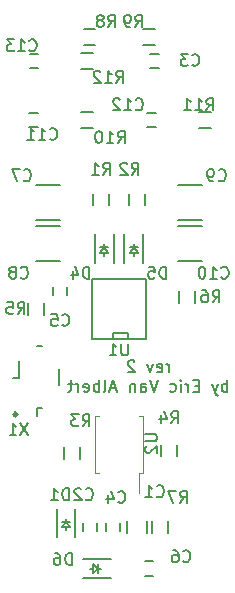
<source format=gbr>
%TF.GenerationSoftware,KiCad,Pcbnew,5.1.10*%
%TF.CreationDate,2022-02-27T11:21:51-05:00*%
%TF.ProjectId,synth,73796e74-682e-46b6-9963-61645f706362,rev?*%
%TF.SameCoordinates,Original*%
%TF.FileFunction,Legend,Bot*%
%TF.FilePolarity,Positive*%
%FSLAX46Y46*%
G04 Gerber Fmt 4.6, Leading zero omitted, Abs format (unit mm)*
G04 Created by KiCad (PCBNEW 5.1.10) date 2022-02-27 11:21:51*
%MOMM*%
%LPD*%
G01*
G04 APERTURE LIST*
%ADD10C,0.150000*%
%ADD11C,0.120000*%
%ADD12C,0.300000*%
G04 APERTURE END LIST*
D10*
X134238095Y-98377380D02*
X134238095Y-97710714D01*
X134238095Y-97901190D02*
X134190476Y-97805952D01*
X134142857Y-97758333D01*
X134047619Y-97710714D01*
X133952380Y-97710714D01*
X133238095Y-98329761D02*
X133333333Y-98377380D01*
X133523809Y-98377380D01*
X133619047Y-98329761D01*
X133666666Y-98234523D01*
X133666666Y-97853571D01*
X133619047Y-97758333D01*
X133523809Y-97710714D01*
X133333333Y-97710714D01*
X133238095Y-97758333D01*
X133190476Y-97853571D01*
X133190476Y-97948809D01*
X133666666Y-98044047D01*
X132857142Y-97710714D02*
X132619047Y-98377380D01*
X132380952Y-97710714D01*
X131285714Y-97472619D02*
X131238095Y-97425000D01*
X131142857Y-97377380D01*
X130904761Y-97377380D01*
X130809523Y-97425000D01*
X130761904Y-97472619D01*
X130714285Y-97567857D01*
X130714285Y-97663095D01*
X130761904Y-97805952D01*
X131333333Y-98377380D01*
X130714285Y-98377380D01*
X139166666Y-100027380D02*
X139166666Y-99027380D01*
X139166666Y-99408333D02*
X139071428Y-99360714D01*
X138880952Y-99360714D01*
X138785714Y-99408333D01*
X138738095Y-99455952D01*
X138690476Y-99551190D01*
X138690476Y-99836904D01*
X138738095Y-99932142D01*
X138785714Y-99979761D01*
X138880952Y-100027380D01*
X139071428Y-100027380D01*
X139166666Y-99979761D01*
X138357142Y-99360714D02*
X138119047Y-100027380D01*
X137880952Y-99360714D02*
X138119047Y-100027380D01*
X138214285Y-100265476D01*
X138261904Y-100313095D01*
X138357142Y-100360714D01*
X136738095Y-99503571D02*
X136404761Y-99503571D01*
X136261904Y-100027380D02*
X136738095Y-100027380D01*
X136738095Y-99027380D01*
X136261904Y-99027380D01*
X135833333Y-100027380D02*
X135833333Y-99360714D01*
X135833333Y-99551190D02*
X135785714Y-99455952D01*
X135738095Y-99408333D01*
X135642857Y-99360714D01*
X135547619Y-99360714D01*
X135214285Y-100027380D02*
X135214285Y-99360714D01*
X135214285Y-99027380D02*
X135261904Y-99075000D01*
X135214285Y-99122619D01*
X135166666Y-99075000D01*
X135214285Y-99027380D01*
X135214285Y-99122619D01*
X134309523Y-99979761D02*
X134404761Y-100027380D01*
X134595238Y-100027380D01*
X134690476Y-99979761D01*
X134738095Y-99932142D01*
X134785714Y-99836904D01*
X134785714Y-99551190D01*
X134738095Y-99455952D01*
X134690476Y-99408333D01*
X134595238Y-99360714D01*
X134404761Y-99360714D01*
X134309523Y-99408333D01*
X133261904Y-99027380D02*
X132928571Y-100027380D01*
X132595238Y-99027380D01*
X131833333Y-100027380D02*
X131833333Y-99503571D01*
X131880952Y-99408333D01*
X131976190Y-99360714D01*
X132166666Y-99360714D01*
X132261904Y-99408333D01*
X131833333Y-99979761D02*
X131928571Y-100027380D01*
X132166666Y-100027380D01*
X132261904Y-99979761D01*
X132309523Y-99884523D01*
X132309523Y-99789285D01*
X132261904Y-99694047D01*
X132166666Y-99646428D01*
X131928571Y-99646428D01*
X131833333Y-99598809D01*
X131357142Y-99360714D02*
X131357142Y-100027380D01*
X131357142Y-99455952D02*
X131309523Y-99408333D01*
X131214285Y-99360714D01*
X131071428Y-99360714D01*
X130976190Y-99408333D01*
X130928571Y-99503571D01*
X130928571Y-100027380D01*
X129738095Y-99741666D02*
X129261904Y-99741666D01*
X129833333Y-100027380D02*
X129500000Y-99027380D01*
X129166666Y-100027380D01*
X128690476Y-100027380D02*
X128785714Y-99979761D01*
X128833333Y-99884523D01*
X128833333Y-99027380D01*
X128309523Y-100027380D02*
X128309523Y-99027380D01*
X128309523Y-99408333D02*
X128214285Y-99360714D01*
X128023809Y-99360714D01*
X127928571Y-99408333D01*
X127880952Y-99455952D01*
X127833333Y-99551190D01*
X127833333Y-99836904D01*
X127880952Y-99932142D01*
X127928571Y-99979761D01*
X128023809Y-100027380D01*
X128214285Y-100027380D01*
X128309523Y-99979761D01*
X127023809Y-99979761D02*
X127119047Y-100027380D01*
X127309523Y-100027380D01*
X127404761Y-99979761D01*
X127452380Y-99884523D01*
X127452380Y-99503571D01*
X127404761Y-99408333D01*
X127309523Y-99360714D01*
X127119047Y-99360714D01*
X127023809Y-99408333D01*
X126976190Y-99503571D01*
X126976190Y-99598809D01*
X127452380Y-99694047D01*
X126547619Y-100027380D02*
X126547619Y-99360714D01*
X126547619Y-99551190D02*
X126500000Y-99455952D01*
X126452380Y-99408333D01*
X126357142Y-99360714D01*
X126261904Y-99360714D01*
X126071428Y-99360714D02*
X125690476Y-99360714D01*
X125928571Y-99027380D02*
X125928571Y-99884523D01*
X125880952Y-99979761D01*
X125785714Y-100027380D01*
X125690476Y-100027380D01*
%TO.C,C10*%
X135000000Y-86025000D02*
X137000000Y-86025000D01*
X137000000Y-88975000D02*
X135000000Y-88975000D01*
%TO.C,C8*%
X125000000Y-88975000D02*
X123000000Y-88975000D01*
X123000000Y-86025000D02*
X125000000Y-86025000D01*
%TO.C,R6*%
X135075000Y-91500000D02*
X135075000Y-92500000D01*
X136425000Y-92500000D02*
X136425000Y-91500000D01*
%TO.C,C9*%
X135000000Y-82525000D02*
X137000000Y-82525000D01*
X137000000Y-85475000D02*
X135000000Y-85475000D01*
%TO.C,U1*%
X132286000Y-95540000D02*
X132286000Y-90460000D01*
X132286000Y-90460000D02*
X127714000Y-90460000D01*
X127714000Y-90460000D02*
X127714000Y-95540000D01*
X127714000Y-95540000D02*
X132286000Y-95540000D01*
X130762000Y-95540000D02*
X130762000Y-95032000D01*
X130762000Y-95032000D02*
X129492000Y-95032000D01*
X129492000Y-95032000D02*
X129492000Y-95540000D01*
%TO.C,R7*%
X134175000Y-112000000D02*
X134175000Y-111000000D01*
X132825000Y-111000000D02*
X132825000Y-112000000D01*
%TO.C,C6*%
X132150000Y-115600000D02*
X132850000Y-115600000D01*
X132850000Y-114400000D02*
X132150000Y-114400000D01*
D11*
%TO.C,U2*%
X131700000Y-106900000D02*
X131700000Y-108600000D01*
X128300000Y-102100000D02*
X128000000Y-102100000D01*
X128000000Y-102100000D02*
X128000000Y-106900000D01*
X128000000Y-106900000D02*
X128300000Y-106900000D01*
X131700000Y-106900000D02*
X132000000Y-106900000D01*
X132000000Y-106900000D02*
X132000000Y-102100000D01*
X132000000Y-102100000D02*
X131700000Y-102100000D01*
D10*
%TO.C,X1*%
X123050000Y-101370000D02*
X123050000Y-102070000D01*
X121550000Y-98835000D02*
X121050000Y-98835000D01*
X121550000Y-97432920D02*
X121550000Y-98835000D01*
X124950000Y-99471040D02*
X124950000Y-98068960D01*
X123050000Y-96170000D02*
X123450000Y-96170000D01*
X123050000Y-101370000D02*
X123450000Y-101370000D01*
D12*
X121345000Y-101945000D02*
G75*
G03*
X121345000Y-101945000I-127000J0D01*
G01*
D10*
%TO.C,R12*%
X127750000Y-71325000D02*
X126750000Y-71325000D01*
X126750000Y-72675000D02*
X127750000Y-72675000D01*
%TO.C,R11*%
X137750000Y-76325000D02*
X136750000Y-76325000D01*
X136750000Y-77675000D02*
X137750000Y-77675000D01*
%TO.C,R10*%
X127750000Y-76325000D02*
X126750000Y-76325000D01*
X126750000Y-77675000D02*
X127750000Y-77675000D01*
%TO.C,R9*%
X132000000Y-70675000D02*
X133000000Y-70675000D01*
X133000000Y-69325000D02*
X132000000Y-69325000D01*
%TO.C,R8*%
X128000000Y-69325000D02*
X127000000Y-69325000D01*
X127000000Y-70675000D02*
X128000000Y-70675000D01*
%TO.C,R5*%
X122325000Y-92500000D02*
X122325000Y-93500000D01*
X123675000Y-93500000D02*
X123675000Y-92500000D01*
%TO.C,R4*%
X133575000Y-104500000D02*
X133575000Y-105500000D01*
X134925000Y-105500000D02*
X134925000Y-104500000D01*
%TO.C,R3*%
X125325000Y-104750000D02*
X125325000Y-105750000D01*
X126675000Y-105750000D02*
X126675000Y-104750000D01*
%TO.C,R2*%
X130825000Y-83250000D02*
X130825000Y-84250000D01*
X132175000Y-84250000D02*
X132175000Y-83250000D01*
%TO.C,R1*%
X127825000Y-83250000D02*
X127825000Y-84250000D01*
X129175000Y-84250000D02*
X129175000Y-83250000D01*
%TO.C,D6*%
X129300000Y-114200000D02*
X126900000Y-114200000D01*
X129300000Y-115800000D02*
X126900000Y-115800000D01*
X128250000Y-114650000D02*
X128250000Y-115350000D01*
X127750000Y-115350000D02*
X128250000Y-115000000D01*
X127750000Y-114650000D02*
X127750000Y-115350000D01*
X128250000Y-115000000D02*
X127750000Y-114650000D01*
X128250000Y-115000000D02*
X128500000Y-115000000D01*
X127750000Y-115000000D02*
X127500000Y-115000000D01*
%TO.C,D5*%
X130450000Y-86700000D02*
X130450000Y-89100000D01*
X132050000Y-86700000D02*
X132050000Y-89100000D01*
X130900000Y-87750000D02*
X131600000Y-87750000D01*
X131600000Y-88250000D02*
X131250000Y-87750000D01*
X130900000Y-88250000D02*
X131600000Y-88250000D01*
X131250000Y-87750000D02*
X130900000Y-88250000D01*
X131250000Y-87750000D02*
X131250000Y-87500000D01*
X131250000Y-88250000D02*
X131250000Y-88500000D01*
%TO.C,D4*%
X127950000Y-86700000D02*
X127950000Y-89100000D01*
X129550000Y-86700000D02*
X129550000Y-89100000D01*
X128400000Y-87750000D02*
X129100000Y-87750000D01*
X129100000Y-88250000D02*
X128750000Y-87750000D01*
X128400000Y-88250000D02*
X129100000Y-88250000D01*
X128750000Y-87750000D02*
X128400000Y-88250000D01*
X128750000Y-87750000D02*
X128750000Y-87500000D01*
X128750000Y-88250000D02*
X128750000Y-88500000D01*
%TO.C,D1*%
X124700000Y-109970000D02*
X124700000Y-112370000D01*
X126300000Y-109970000D02*
X126300000Y-112370000D01*
X125150000Y-111020000D02*
X125850000Y-111020000D01*
X125850000Y-111520000D02*
X125500000Y-111020000D01*
X125150000Y-111520000D02*
X125850000Y-111520000D01*
X125500000Y-111020000D02*
X125150000Y-111520000D01*
X125500000Y-111020000D02*
X125500000Y-110770000D01*
X125500000Y-111520000D02*
X125500000Y-111770000D01*
%TO.C,C13*%
X123150000Y-71400000D02*
X122450000Y-71400000D01*
X122450000Y-72600000D02*
X123150000Y-72600000D01*
%TO.C,C12*%
X133100000Y-76400000D02*
X132400000Y-76400000D01*
X132400000Y-77600000D02*
X133100000Y-77600000D01*
%TO.C,C11*%
X123100000Y-76400000D02*
X122400000Y-76400000D01*
X122400000Y-77600000D02*
X123100000Y-77600000D01*
%TO.C,C7*%
X125000000Y-85475000D02*
X123000000Y-85475000D01*
X123000000Y-82525000D02*
X125000000Y-82525000D01*
%TO.C,C5*%
X124400000Y-91150000D02*
X124400000Y-91850000D01*
X125600000Y-91850000D02*
X125600000Y-91150000D01*
%TO.C,C4*%
X128900000Y-111150000D02*
X128900000Y-111850000D01*
X130100000Y-111850000D02*
X130100000Y-111150000D01*
%TO.C,C3*%
X132650000Y-72600000D02*
X133350000Y-72600000D01*
X133350000Y-71400000D02*
X132650000Y-71400000D01*
%TO.C,C2*%
X126900000Y-111150000D02*
X126900000Y-111850000D01*
X128100000Y-111850000D02*
X128100000Y-111150000D01*
%TO.C,C1*%
X130650000Y-112000000D02*
X130650000Y-111000000D01*
X132350000Y-111000000D02*
X132350000Y-112000000D01*
%TO.C,C10*%
X138642857Y-90357142D02*
X138690476Y-90404761D01*
X138833333Y-90452380D01*
X138928571Y-90452380D01*
X139071428Y-90404761D01*
X139166666Y-90309523D01*
X139214285Y-90214285D01*
X139261904Y-90023809D01*
X139261904Y-89880952D01*
X139214285Y-89690476D01*
X139166666Y-89595238D01*
X139071428Y-89500000D01*
X138928571Y-89452380D01*
X138833333Y-89452380D01*
X138690476Y-89500000D01*
X138642857Y-89547619D01*
X137690476Y-90452380D02*
X138261904Y-90452380D01*
X137976190Y-90452380D02*
X137976190Y-89452380D01*
X138071428Y-89595238D01*
X138166666Y-89690476D01*
X138261904Y-89738095D01*
X137071428Y-89452380D02*
X136976190Y-89452380D01*
X136880952Y-89500000D01*
X136833333Y-89547619D01*
X136785714Y-89642857D01*
X136738095Y-89833333D01*
X136738095Y-90071428D01*
X136785714Y-90261904D01*
X136833333Y-90357142D01*
X136880952Y-90404761D01*
X136976190Y-90452380D01*
X137071428Y-90452380D01*
X137166666Y-90404761D01*
X137214285Y-90357142D01*
X137261904Y-90261904D01*
X137309523Y-90071428D01*
X137309523Y-89833333D01*
X137261904Y-89642857D01*
X137214285Y-89547619D01*
X137166666Y-89500000D01*
X137071428Y-89452380D01*
%TO.C,C8*%
X121666666Y-90357142D02*
X121714285Y-90404761D01*
X121857142Y-90452380D01*
X121952380Y-90452380D01*
X122095238Y-90404761D01*
X122190476Y-90309523D01*
X122238095Y-90214285D01*
X122285714Y-90023809D01*
X122285714Y-89880952D01*
X122238095Y-89690476D01*
X122190476Y-89595238D01*
X122095238Y-89500000D01*
X121952380Y-89452380D01*
X121857142Y-89452380D01*
X121714285Y-89500000D01*
X121666666Y-89547619D01*
X121095238Y-89880952D02*
X121190476Y-89833333D01*
X121238095Y-89785714D01*
X121285714Y-89690476D01*
X121285714Y-89642857D01*
X121238095Y-89547619D01*
X121190476Y-89500000D01*
X121095238Y-89452380D01*
X120904761Y-89452380D01*
X120809523Y-89500000D01*
X120761904Y-89547619D01*
X120714285Y-89642857D01*
X120714285Y-89690476D01*
X120761904Y-89785714D01*
X120809523Y-89833333D01*
X120904761Y-89880952D01*
X121095238Y-89880952D01*
X121190476Y-89928571D01*
X121238095Y-89976190D01*
X121285714Y-90071428D01*
X121285714Y-90261904D01*
X121238095Y-90357142D01*
X121190476Y-90404761D01*
X121095238Y-90452380D01*
X120904761Y-90452380D01*
X120809523Y-90404761D01*
X120761904Y-90357142D01*
X120714285Y-90261904D01*
X120714285Y-90071428D01*
X120761904Y-89976190D01*
X120809523Y-89928571D01*
X120904761Y-89880952D01*
%TO.C,R6*%
X137916666Y-92452380D02*
X138250000Y-91976190D01*
X138488095Y-92452380D02*
X138488095Y-91452380D01*
X138107142Y-91452380D01*
X138011904Y-91500000D01*
X137964285Y-91547619D01*
X137916666Y-91642857D01*
X137916666Y-91785714D01*
X137964285Y-91880952D01*
X138011904Y-91928571D01*
X138107142Y-91976190D01*
X138488095Y-91976190D01*
X137059523Y-91452380D02*
X137250000Y-91452380D01*
X137345238Y-91500000D01*
X137392857Y-91547619D01*
X137488095Y-91690476D01*
X137535714Y-91880952D01*
X137535714Y-92261904D01*
X137488095Y-92357142D01*
X137440476Y-92404761D01*
X137345238Y-92452380D01*
X137154761Y-92452380D01*
X137059523Y-92404761D01*
X137011904Y-92357142D01*
X136964285Y-92261904D01*
X136964285Y-92023809D01*
X137011904Y-91928571D01*
X137059523Y-91880952D01*
X137154761Y-91833333D01*
X137345238Y-91833333D01*
X137440476Y-91880952D01*
X137488095Y-91928571D01*
X137535714Y-92023809D01*
%TO.C,C9*%
X138416666Y-82107142D02*
X138464285Y-82154761D01*
X138607142Y-82202380D01*
X138702380Y-82202380D01*
X138845238Y-82154761D01*
X138940476Y-82059523D01*
X138988095Y-81964285D01*
X139035714Y-81773809D01*
X139035714Y-81630952D01*
X138988095Y-81440476D01*
X138940476Y-81345238D01*
X138845238Y-81250000D01*
X138702380Y-81202380D01*
X138607142Y-81202380D01*
X138464285Y-81250000D01*
X138416666Y-81297619D01*
X137940476Y-82202380D02*
X137750000Y-82202380D01*
X137654761Y-82154761D01*
X137607142Y-82107142D01*
X137511904Y-81964285D01*
X137464285Y-81773809D01*
X137464285Y-81392857D01*
X137511904Y-81297619D01*
X137559523Y-81250000D01*
X137654761Y-81202380D01*
X137845238Y-81202380D01*
X137940476Y-81250000D01*
X137988095Y-81297619D01*
X138035714Y-81392857D01*
X138035714Y-81630952D01*
X137988095Y-81726190D01*
X137940476Y-81773809D01*
X137845238Y-81821428D01*
X137654761Y-81821428D01*
X137559523Y-81773809D01*
X137511904Y-81726190D01*
X137464285Y-81630952D01*
%TO.C,U1*%
X130761904Y-95952380D02*
X130761904Y-96761904D01*
X130714285Y-96857142D01*
X130666666Y-96904761D01*
X130571428Y-96952380D01*
X130380952Y-96952380D01*
X130285714Y-96904761D01*
X130238095Y-96857142D01*
X130190476Y-96761904D01*
X130190476Y-95952380D01*
X129190476Y-96952380D02*
X129761904Y-96952380D01*
X129476190Y-96952380D02*
X129476190Y-95952380D01*
X129571428Y-96095238D01*
X129666666Y-96190476D01*
X129761904Y-96238095D01*
%TO.C,R7*%
X135166666Y-109452380D02*
X135500000Y-108976190D01*
X135738095Y-109452380D02*
X135738095Y-108452380D01*
X135357142Y-108452380D01*
X135261904Y-108500000D01*
X135214285Y-108547619D01*
X135166666Y-108642857D01*
X135166666Y-108785714D01*
X135214285Y-108880952D01*
X135261904Y-108928571D01*
X135357142Y-108976190D01*
X135738095Y-108976190D01*
X134833333Y-108452380D02*
X134166666Y-108452380D01*
X134595238Y-109452380D01*
%TO.C,C6*%
X135416666Y-114357142D02*
X135464285Y-114404761D01*
X135607142Y-114452380D01*
X135702380Y-114452380D01*
X135845238Y-114404761D01*
X135940476Y-114309523D01*
X135988095Y-114214285D01*
X136035714Y-114023809D01*
X136035714Y-113880952D01*
X135988095Y-113690476D01*
X135940476Y-113595238D01*
X135845238Y-113500000D01*
X135702380Y-113452380D01*
X135607142Y-113452380D01*
X135464285Y-113500000D01*
X135416666Y-113547619D01*
X134559523Y-113452380D02*
X134750000Y-113452380D01*
X134845238Y-113500000D01*
X134892857Y-113547619D01*
X134988095Y-113690476D01*
X135035714Y-113880952D01*
X135035714Y-114261904D01*
X134988095Y-114357142D01*
X134940476Y-114404761D01*
X134845238Y-114452380D01*
X134654761Y-114452380D01*
X134559523Y-114404761D01*
X134511904Y-114357142D01*
X134464285Y-114261904D01*
X134464285Y-114023809D01*
X134511904Y-113928571D01*
X134559523Y-113880952D01*
X134654761Y-113833333D01*
X134845238Y-113833333D01*
X134940476Y-113880952D01*
X134988095Y-113928571D01*
X135035714Y-114023809D01*
%TO.C,U2*%
X132202380Y-103638095D02*
X133011904Y-103638095D01*
X133107142Y-103685714D01*
X133154761Y-103733333D01*
X133202380Y-103828571D01*
X133202380Y-104019047D01*
X133154761Y-104114285D01*
X133107142Y-104161904D01*
X133011904Y-104209523D01*
X132202380Y-104209523D01*
X132297619Y-104638095D02*
X132250000Y-104685714D01*
X132202380Y-104780952D01*
X132202380Y-105019047D01*
X132250000Y-105114285D01*
X132297619Y-105161904D01*
X132392857Y-105209523D01*
X132488095Y-105209523D01*
X132630952Y-105161904D01*
X133202380Y-104590476D01*
X133202380Y-105209523D01*
%TO.C,X1*%
X122309523Y-102702380D02*
X121642857Y-103702380D01*
X121642857Y-102702380D02*
X122309523Y-103702380D01*
X120738095Y-103702380D02*
X121309523Y-103702380D01*
X121023809Y-103702380D02*
X121023809Y-102702380D01*
X121119047Y-102845238D01*
X121214285Y-102940476D01*
X121309523Y-102988095D01*
%TO.C,R12*%
X129742857Y-73852380D02*
X130076190Y-73376190D01*
X130314285Y-73852380D02*
X130314285Y-72852380D01*
X129933333Y-72852380D01*
X129838095Y-72900000D01*
X129790476Y-72947619D01*
X129742857Y-73042857D01*
X129742857Y-73185714D01*
X129790476Y-73280952D01*
X129838095Y-73328571D01*
X129933333Y-73376190D01*
X130314285Y-73376190D01*
X128790476Y-73852380D02*
X129361904Y-73852380D01*
X129076190Y-73852380D02*
X129076190Y-72852380D01*
X129171428Y-72995238D01*
X129266666Y-73090476D01*
X129361904Y-73138095D01*
X128409523Y-72947619D02*
X128361904Y-72900000D01*
X128266666Y-72852380D01*
X128028571Y-72852380D01*
X127933333Y-72900000D01*
X127885714Y-72947619D01*
X127838095Y-73042857D01*
X127838095Y-73138095D01*
X127885714Y-73280952D01*
X128457142Y-73852380D01*
X127838095Y-73852380D01*
%TO.C,R11*%
X137392857Y-76202380D02*
X137726190Y-75726190D01*
X137964285Y-76202380D02*
X137964285Y-75202380D01*
X137583333Y-75202380D01*
X137488095Y-75250000D01*
X137440476Y-75297619D01*
X137392857Y-75392857D01*
X137392857Y-75535714D01*
X137440476Y-75630952D01*
X137488095Y-75678571D01*
X137583333Y-75726190D01*
X137964285Y-75726190D01*
X136440476Y-76202380D02*
X137011904Y-76202380D01*
X136726190Y-76202380D02*
X136726190Y-75202380D01*
X136821428Y-75345238D01*
X136916666Y-75440476D01*
X137011904Y-75488095D01*
X135488095Y-76202380D02*
X136059523Y-76202380D01*
X135773809Y-76202380D02*
X135773809Y-75202380D01*
X135869047Y-75345238D01*
X135964285Y-75440476D01*
X136059523Y-75488095D01*
%TO.C,R10*%
X129892857Y-78952380D02*
X130226190Y-78476190D01*
X130464285Y-78952380D02*
X130464285Y-77952380D01*
X130083333Y-77952380D01*
X129988095Y-78000000D01*
X129940476Y-78047619D01*
X129892857Y-78142857D01*
X129892857Y-78285714D01*
X129940476Y-78380952D01*
X129988095Y-78428571D01*
X130083333Y-78476190D01*
X130464285Y-78476190D01*
X128940476Y-78952380D02*
X129511904Y-78952380D01*
X129226190Y-78952380D02*
X129226190Y-77952380D01*
X129321428Y-78095238D01*
X129416666Y-78190476D01*
X129511904Y-78238095D01*
X128321428Y-77952380D02*
X128226190Y-77952380D01*
X128130952Y-78000000D01*
X128083333Y-78047619D01*
X128035714Y-78142857D01*
X127988095Y-78333333D01*
X127988095Y-78571428D01*
X128035714Y-78761904D01*
X128083333Y-78857142D01*
X128130952Y-78904761D01*
X128226190Y-78952380D01*
X128321428Y-78952380D01*
X128416666Y-78904761D01*
X128464285Y-78857142D01*
X128511904Y-78761904D01*
X128559523Y-78571428D01*
X128559523Y-78333333D01*
X128511904Y-78142857D01*
X128464285Y-78047619D01*
X128416666Y-78000000D01*
X128321428Y-77952380D01*
%TO.C,R9*%
X131366666Y-69152380D02*
X131700000Y-68676190D01*
X131938095Y-69152380D02*
X131938095Y-68152380D01*
X131557142Y-68152380D01*
X131461904Y-68200000D01*
X131414285Y-68247619D01*
X131366666Y-68342857D01*
X131366666Y-68485714D01*
X131414285Y-68580952D01*
X131461904Y-68628571D01*
X131557142Y-68676190D01*
X131938095Y-68676190D01*
X130890476Y-69152380D02*
X130700000Y-69152380D01*
X130604761Y-69104761D01*
X130557142Y-69057142D01*
X130461904Y-68914285D01*
X130414285Y-68723809D01*
X130414285Y-68342857D01*
X130461904Y-68247619D01*
X130509523Y-68200000D01*
X130604761Y-68152380D01*
X130795238Y-68152380D01*
X130890476Y-68200000D01*
X130938095Y-68247619D01*
X130985714Y-68342857D01*
X130985714Y-68580952D01*
X130938095Y-68676190D01*
X130890476Y-68723809D01*
X130795238Y-68771428D01*
X130604761Y-68771428D01*
X130509523Y-68723809D01*
X130461904Y-68676190D01*
X130414285Y-68580952D01*
%TO.C,R8*%
X129066666Y-69152380D02*
X129400000Y-68676190D01*
X129638095Y-69152380D02*
X129638095Y-68152380D01*
X129257142Y-68152380D01*
X129161904Y-68200000D01*
X129114285Y-68247619D01*
X129066666Y-68342857D01*
X129066666Y-68485714D01*
X129114285Y-68580952D01*
X129161904Y-68628571D01*
X129257142Y-68676190D01*
X129638095Y-68676190D01*
X128495238Y-68580952D02*
X128590476Y-68533333D01*
X128638095Y-68485714D01*
X128685714Y-68390476D01*
X128685714Y-68342857D01*
X128638095Y-68247619D01*
X128590476Y-68200000D01*
X128495238Y-68152380D01*
X128304761Y-68152380D01*
X128209523Y-68200000D01*
X128161904Y-68247619D01*
X128114285Y-68342857D01*
X128114285Y-68390476D01*
X128161904Y-68485714D01*
X128209523Y-68533333D01*
X128304761Y-68580952D01*
X128495238Y-68580952D01*
X128590476Y-68628571D01*
X128638095Y-68676190D01*
X128685714Y-68771428D01*
X128685714Y-68961904D01*
X128638095Y-69057142D01*
X128590476Y-69104761D01*
X128495238Y-69152380D01*
X128304761Y-69152380D01*
X128209523Y-69104761D01*
X128161904Y-69057142D01*
X128114285Y-68961904D01*
X128114285Y-68771428D01*
X128161904Y-68676190D01*
X128209523Y-68628571D01*
X128304761Y-68580952D01*
%TO.C,R5*%
X121416666Y-93452380D02*
X121750000Y-92976190D01*
X121988095Y-93452380D02*
X121988095Y-92452380D01*
X121607142Y-92452380D01*
X121511904Y-92500000D01*
X121464285Y-92547619D01*
X121416666Y-92642857D01*
X121416666Y-92785714D01*
X121464285Y-92880952D01*
X121511904Y-92928571D01*
X121607142Y-92976190D01*
X121988095Y-92976190D01*
X120511904Y-92452380D02*
X120988095Y-92452380D01*
X121035714Y-92928571D01*
X120988095Y-92880952D01*
X120892857Y-92833333D01*
X120654761Y-92833333D01*
X120559523Y-92880952D01*
X120511904Y-92928571D01*
X120464285Y-93023809D01*
X120464285Y-93261904D01*
X120511904Y-93357142D01*
X120559523Y-93404761D01*
X120654761Y-93452380D01*
X120892857Y-93452380D01*
X120988095Y-93404761D01*
X121035714Y-93357142D01*
%TO.C,R4*%
X134416666Y-102702380D02*
X134750000Y-102226190D01*
X134988095Y-102702380D02*
X134988095Y-101702380D01*
X134607142Y-101702380D01*
X134511904Y-101750000D01*
X134464285Y-101797619D01*
X134416666Y-101892857D01*
X134416666Y-102035714D01*
X134464285Y-102130952D01*
X134511904Y-102178571D01*
X134607142Y-102226190D01*
X134988095Y-102226190D01*
X133559523Y-102035714D02*
X133559523Y-102702380D01*
X133797619Y-101654761D02*
X134035714Y-102369047D01*
X133416666Y-102369047D01*
%TO.C,R3*%
X126916666Y-102952380D02*
X127250000Y-102476190D01*
X127488095Y-102952380D02*
X127488095Y-101952380D01*
X127107142Y-101952380D01*
X127011904Y-102000000D01*
X126964285Y-102047619D01*
X126916666Y-102142857D01*
X126916666Y-102285714D01*
X126964285Y-102380952D01*
X127011904Y-102428571D01*
X127107142Y-102476190D01*
X127488095Y-102476190D01*
X126583333Y-101952380D02*
X125964285Y-101952380D01*
X126297619Y-102333333D01*
X126154761Y-102333333D01*
X126059523Y-102380952D01*
X126011904Y-102428571D01*
X125964285Y-102523809D01*
X125964285Y-102761904D01*
X126011904Y-102857142D01*
X126059523Y-102904761D01*
X126154761Y-102952380D01*
X126440476Y-102952380D01*
X126535714Y-102904761D01*
X126583333Y-102857142D01*
%TO.C,R2*%
X131066666Y-81652380D02*
X131400000Y-81176190D01*
X131638095Y-81652380D02*
X131638095Y-80652380D01*
X131257142Y-80652380D01*
X131161904Y-80700000D01*
X131114285Y-80747619D01*
X131066666Y-80842857D01*
X131066666Y-80985714D01*
X131114285Y-81080952D01*
X131161904Y-81128571D01*
X131257142Y-81176190D01*
X131638095Y-81176190D01*
X130685714Y-80747619D02*
X130638095Y-80700000D01*
X130542857Y-80652380D01*
X130304761Y-80652380D01*
X130209523Y-80700000D01*
X130161904Y-80747619D01*
X130114285Y-80842857D01*
X130114285Y-80938095D01*
X130161904Y-81080952D01*
X130733333Y-81652380D01*
X130114285Y-81652380D01*
%TO.C,R1*%
X128666666Y-81652380D02*
X129000000Y-81176190D01*
X129238095Y-81652380D02*
X129238095Y-80652380D01*
X128857142Y-80652380D01*
X128761904Y-80700000D01*
X128714285Y-80747619D01*
X128666666Y-80842857D01*
X128666666Y-80985714D01*
X128714285Y-81080952D01*
X128761904Y-81128571D01*
X128857142Y-81176190D01*
X129238095Y-81176190D01*
X127714285Y-81652380D02*
X128285714Y-81652380D01*
X128000000Y-81652380D02*
X128000000Y-80652380D01*
X128095238Y-80795238D01*
X128190476Y-80890476D01*
X128285714Y-80938095D01*
%TO.C,D6*%
X125988095Y-114702380D02*
X125988095Y-113702380D01*
X125750000Y-113702380D01*
X125607142Y-113750000D01*
X125511904Y-113845238D01*
X125464285Y-113940476D01*
X125416666Y-114130952D01*
X125416666Y-114273809D01*
X125464285Y-114464285D01*
X125511904Y-114559523D01*
X125607142Y-114654761D01*
X125750000Y-114702380D01*
X125988095Y-114702380D01*
X124559523Y-113702380D02*
X124750000Y-113702380D01*
X124845238Y-113750000D01*
X124892857Y-113797619D01*
X124988095Y-113940476D01*
X125035714Y-114130952D01*
X125035714Y-114511904D01*
X124988095Y-114607142D01*
X124940476Y-114654761D01*
X124845238Y-114702380D01*
X124654761Y-114702380D01*
X124559523Y-114654761D01*
X124511904Y-114607142D01*
X124464285Y-114511904D01*
X124464285Y-114273809D01*
X124511904Y-114178571D01*
X124559523Y-114130952D01*
X124654761Y-114083333D01*
X124845238Y-114083333D01*
X124940476Y-114130952D01*
X124988095Y-114178571D01*
X125035714Y-114273809D01*
%TO.C,D5*%
X133988095Y-90452380D02*
X133988095Y-89452380D01*
X133750000Y-89452380D01*
X133607142Y-89500000D01*
X133511904Y-89595238D01*
X133464285Y-89690476D01*
X133416666Y-89880952D01*
X133416666Y-90023809D01*
X133464285Y-90214285D01*
X133511904Y-90309523D01*
X133607142Y-90404761D01*
X133750000Y-90452380D01*
X133988095Y-90452380D01*
X132511904Y-89452380D02*
X132988095Y-89452380D01*
X133035714Y-89928571D01*
X132988095Y-89880952D01*
X132892857Y-89833333D01*
X132654761Y-89833333D01*
X132559523Y-89880952D01*
X132511904Y-89928571D01*
X132464285Y-90023809D01*
X132464285Y-90261904D01*
X132511904Y-90357142D01*
X132559523Y-90404761D01*
X132654761Y-90452380D01*
X132892857Y-90452380D01*
X132988095Y-90404761D01*
X133035714Y-90357142D01*
%TO.C,D4*%
X127488095Y-90452380D02*
X127488095Y-89452380D01*
X127250000Y-89452380D01*
X127107142Y-89500000D01*
X127011904Y-89595238D01*
X126964285Y-89690476D01*
X126916666Y-89880952D01*
X126916666Y-90023809D01*
X126964285Y-90214285D01*
X127011904Y-90309523D01*
X127107142Y-90404761D01*
X127250000Y-90452380D01*
X127488095Y-90452380D01*
X126059523Y-89785714D02*
X126059523Y-90452380D01*
X126297619Y-89404761D02*
X126535714Y-90119047D01*
X125916666Y-90119047D01*
%TO.C,D1*%
X125738095Y-109202380D02*
X125738095Y-108202380D01*
X125500000Y-108202380D01*
X125357142Y-108250000D01*
X125261904Y-108345238D01*
X125214285Y-108440476D01*
X125166666Y-108630952D01*
X125166666Y-108773809D01*
X125214285Y-108964285D01*
X125261904Y-109059523D01*
X125357142Y-109154761D01*
X125500000Y-109202380D01*
X125738095Y-109202380D01*
X124214285Y-109202380D02*
X124785714Y-109202380D01*
X124500000Y-109202380D02*
X124500000Y-108202380D01*
X124595238Y-108345238D01*
X124690476Y-108440476D01*
X124785714Y-108488095D01*
%TO.C,C13*%
X122392857Y-71107142D02*
X122440476Y-71154761D01*
X122583333Y-71202380D01*
X122678571Y-71202380D01*
X122821428Y-71154761D01*
X122916666Y-71059523D01*
X122964285Y-70964285D01*
X123011904Y-70773809D01*
X123011904Y-70630952D01*
X122964285Y-70440476D01*
X122916666Y-70345238D01*
X122821428Y-70250000D01*
X122678571Y-70202380D01*
X122583333Y-70202380D01*
X122440476Y-70250000D01*
X122392857Y-70297619D01*
X121440476Y-71202380D02*
X122011904Y-71202380D01*
X121726190Y-71202380D02*
X121726190Y-70202380D01*
X121821428Y-70345238D01*
X121916666Y-70440476D01*
X122011904Y-70488095D01*
X121107142Y-70202380D02*
X120488095Y-70202380D01*
X120821428Y-70583333D01*
X120678571Y-70583333D01*
X120583333Y-70630952D01*
X120535714Y-70678571D01*
X120488095Y-70773809D01*
X120488095Y-71011904D01*
X120535714Y-71107142D01*
X120583333Y-71154761D01*
X120678571Y-71202380D01*
X120964285Y-71202380D01*
X121059523Y-71154761D01*
X121107142Y-71107142D01*
%TO.C,C12*%
X131392857Y-76107142D02*
X131440476Y-76154761D01*
X131583333Y-76202380D01*
X131678571Y-76202380D01*
X131821428Y-76154761D01*
X131916666Y-76059523D01*
X131964285Y-75964285D01*
X132011904Y-75773809D01*
X132011904Y-75630952D01*
X131964285Y-75440476D01*
X131916666Y-75345238D01*
X131821428Y-75250000D01*
X131678571Y-75202380D01*
X131583333Y-75202380D01*
X131440476Y-75250000D01*
X131392857Y-75297619D01*
X130440476Y-76202380D02*
X131011904Y-76202380D01*
X130726190Y-76202380D02*
X130726190Y-75202380D01*
X130821428Y-75345238D01*
X130916666Y-75440476D01*
X131011904Y-75488095D01*
X130059523Y-75297619D02*
X130011904Y-75250000D01*
X129916666Y-75202380D01*
X129678571Y-75202380D01*
X129583333Y-75250000D01*
X129535714Y-75297619D01*
X129488095Y-75392857D01*
X129488095Y-75488095D01*
X129535714Y-75630952D01*
X130107142Y-76202380D01*
X129488095Y-76202380D01*
%TO.C,C11*%
X124142857Y-78607142D02*
X124190476Y-78654761D01*
X124333333Y-78702380D01*
X124428571Y-78702380D01*
X124571428Y-78654761D01*
X124666666Y-78559523D01*
X124714285Y-78464285D01*
X124761904Y-78273809D01*
X124761904Y-78130952D01*
X124714285Y-77940476D01*
X124666666Y-77845238D01*
X124571428Y-77750000D01*
X124428571Y-77702380D01*
X124333333Y-77702380D01*
X124190476Y-77750000D01*
X124142857Y-77797619D01*
X123190476Y-78702380D02*
X123761904Y-78702380D01*
X123476190Y-78702380D02*
X123476190Y-77702380D01*
X123571428Y-77845238D01*
X123666666Y-77940476D01*
X123761904Y-77988095D01*
X122238095Y-78702380D02*
X122809523Y-78702380D01*
X122523809Y-78702380D02*
X122523809Y-77702380D01*
X122619047Y-77845238D01*
X122714285Y-77940476D01*
X122809523Y-77988095D01*
%TO.C,C7*%
X121916666Y-82107142D02*
X121964285Y-82154761D01*
X122107142Y-82202380D01*
X122202380Y-82202380D01*
X122345238Y-82154761D01*
X122440476Y-82059523D01*
X122488095Y-81964285D01*
X122535714Y-81773809D01*
X122535714Y-81630952D01*
X122488095Y-81440476D01*
X122440476Y-81345238D01*
X122345238Y-81250000D01*
X122202380Y-81202380D01*
X122107142Y-81202380D01*
X121964285Y-81250000D01*
X121916666Y-81297619D01*
X121583333Y-81202380D02*
X120916666Y-81202380D01*
X121345238Y-82202380D01*
%TO.C,C5*%
X125166666Y-94357142D02*
X125214285Y-94404761D01*
X125357142Y-94452380D01*
X125452380Y-94452380D01*
X125595238Y-94404761D01*
X125690476Y-94309523D01*
X125738095Y-94214285D01*
X125785714Y-94023809D01*
X125785714Y-93880952D01*
X125738095Y-93690476D01*
X125690476Y-93595238D01*
X125595238Y-93500000D01*
X125452380Y-93452380D01*
X125357142Y-93452380D01*
X125214285Y-93500000D01*
X125166666Y-93547619D01*
X124261904Y-93452380D02*
X124738095Y-93452380D01*
X124785714Y-93928571D01*
X124738095Y-93880952D01*
X124642857Y-93833333D01*
X124404761Y-93833333D01*
X124309523Y-93880952D01*
X124261904Y-93928571D01*
X124214285Y-94023809D01*
X124214285Y-94261904D01*
X124261904Y-94357142D01*
X124309523Y-94404761D01*
X124404761Y-94452380D01*
X124642857Y-94452380D01*
X124738095Y-94404761D01*
X124785714Y-94357142D01*
%TO.C,C4*%
X129916666Y-109357142D02*
X129964285Y-109404761D01*
X130107142Y-109452380D01*
X130202380Y-109452380D01*
X130345238Y-109404761D01*
X130440476Y-109309523D01*
X130488095Y-109214285D01*
X130535714Y-109023809D01*
X130535714Y-108880952D01*
X130488095Y-108690476D01*
X130440476Y-108595238D01*
X130345238Y-108500000D01*
X130202380Y-108452380D01*
X130107142Y-108452380D01*
X129964285Y-108500000D01*
X129916666Y-108547619D01*
X129059523Y-108785714D02*
X129059523Y-109452380D01*
X129297619Y-108404761D02*
X129535714Y-109119047D01*
X128916666Y-109119047D01*
%TO.C,C3*%
X136166666Y-72357142D02*
X136214285Y-72404761D01*
X136357142Y-72452380D01*
X136452380Y-72452380D01*
X136595238Y-72404761D01*
X136690476Y-72309523D01*
X136738095Y-72214285D01*
X136785714Y-72023809D01*
X136785714Y-71880952D01*
X136738095Y-71690476D01*
X136690476Y-71595238D01*
X136595238Y-71500000D01*
X136452380Y-71452380D01*
X136357142Y-71452380D01*
X136214285Y-71500000D01*
X136166666Y-71547619D01*
X135833333Y-71452380D02*
X135214285Y-71452380D01*
X135547619Y-71833333D01*
X135404761Y-71833333D01*
X135309523Y-71880952D01*
X135261904Y-71928571D01*
X135214285Y-72023809D01*
X135214285Y-72261904D01*
X135261904Y-72357142D01*
X135309523Y-72404761D01*
X135404761Y-72452380D01*
X135690476Y-72452380D01*
X135785714Y-72404761D01*
X135833333Y-72357142D01*
%TO.C,C2*%
X127166666Y-109107142D02*
X127214285Y-109154761D01*
X127357142Y-109202380D01*
X127452380Y-109202380D01*
X127595238Y-109154761D01*
X127690476Y-109059523D01*
X127738095Y-108964285D01*
X127785714Y-108773809D01*
X127785714Y-108630952D01*
X127738095Y-108440476D01*
X127690476Y-108345238D01*
X127595238Y-108250000D01*
X127452380Y-108202380D01*
X127357142Y-108202380D01*
X127214285Y-108250000D01*
X127166666Y-108297619D01*
X126785714Y-108297619D02*
X126738095Y-108250000D01*
X126642857Y-108202380D01*
X126404761Y-108202380D01*
X126309523Y-108250000D01*
X126261904Y-108297619D01*
X126214285Y-108392857D01*
X126214285Y-108488095D01*
X126261904Y-108630952D01*
X126833333Y-109202380D01*
X126214285Y-109202380D01*
%TO.C,C1*%
X133166666Y-108857142D02*
X133214285Y-108904761D01*
X133357142Y-108952380D01*
X133452380Y-108952380D01*
X133595238Y-108904761D01*
X133690476Y-108809523D01*
X133738095Y-108714285D01*
X133785714Y-108523809D01*
X133785714Y-108380952D01*
X133738095Y-108190476D01*
X133690476Y-108095238D01*
X133595238Y-108000000D01*
X133452380Y-107952380D01*
X133357142Y-107952380D01*
X133214285Y-108000000D01*
X133166666Y-108047619D01*
X132214285Y-108952380D02*
X132785714Y-108952380D01*
X132500000Y-108952380D02*
X132500000Y-107952380D01*
X132595238Y-108095238D01*
X132690476Y-108190476D01*
X132785714Y-108238095D01*
%TD*%
M02*

</source>
